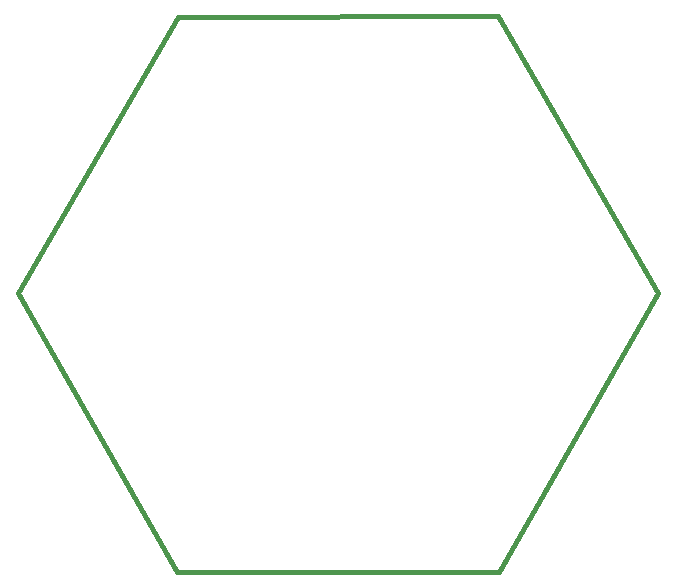
<source format=gtp>
G04 (created by PCBNEW-RS274X (2011-07-08 BZR 3044)-stable) date 5/7/2013 10:27:45 AM*
G01*
G70*
G90*
%MOIN*%
G04 Gerber Fmt 3.4, Leading zero omitted, Abs format*
%FSLAX34Y34*%
G04 APERTURE LIST*
%ADD10C,0.006000*%
%ADD11C,0.015000*%
G04 APERTURE END LIST*
G54D10*
G54D11*
X33980Y-28089D02*
X33972Y-28082D01*
X28661Y-37298D02*
X33980Y-28089D01*
X33965Y-46589D02*
X28661Y-37298D01*
X44697Y-46589D02*
X33965Y-46589D01*
X49996Y-37302D02*
X44697Y-46589D01*
X44646Y-28070D02*
X49996Y-37302D01*
X33972Y-28082D02*
X44646Y-28070D01*
M02*

</source>
